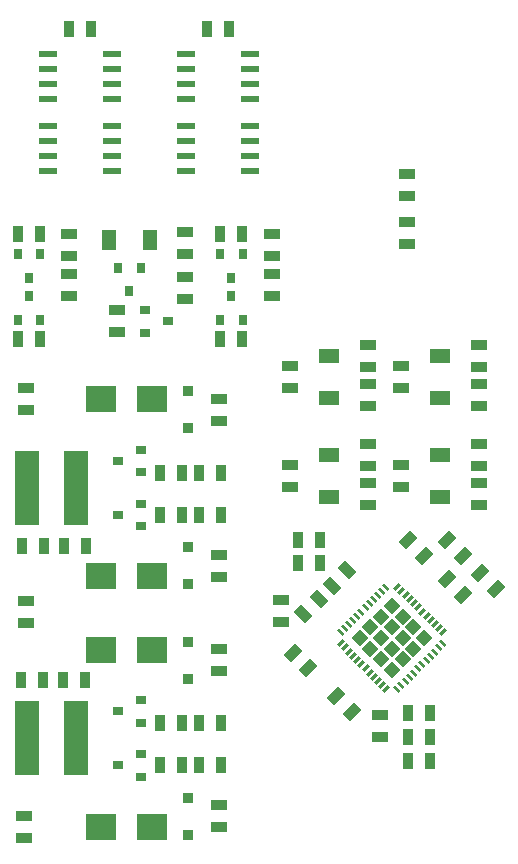
<source format=gtp>
G04*
G04 #@! TF.GenerationSoftware,Altium Limited,Altium Designer,20.1.8 (145)*
G04*
G04 Layer_Color=8421504*
%FSLAX25Y25*%
%MOIN*%
G70*
G04*
G04 #@! TF.SameCoordinates,DCF3A4A8-B772-48C9-94DF-C36B93A42D3A*
G04*
G04*
G04 #@! TF.FilePolarity,Positive*
G04*
G01*
G75*
%ADD18P,0.05846X4X180.0*%
%ADD19R,0.03740X0.03543*%
%ADD20R,0.03740X0.05512*%
%ADD21R,0.05512X0.03740*%
G04:AMPARAMS|DCode=22|XSize=55.12mil|YSize=37.4mil|CornerRadius=0mil|HoleSize=0mil|Usage=FLASHONLY|Rotation=45.000|XOffset=0mil|YOffset=0mil|HoleType=Round|Shape=Rectangle|*
%AMROTATEDRECTD22*
4,1,4,-0.00626,-0.03271,-0.03271,-0.00626,0.00626,0.03271,0.03271,0.00626,-0.00626,-0.03271,0.0*
%
%ADD22ROTATEDRECTD22*%

G04:AMPARAMS|DCode=23|XSize=9.45mil|YSize=23.62mil|CornerRadius=0mil|HoleSize=0mil|Usage=FLASHONLY|Rotation=135.000|XOffset=0mil|YOffset=0mil|HoleType=Round|Shape=Rectangle|*
%AMROTATEDRECTD23*
4,1,4,0.01169,0.00501,-0.00501,-0.01169,-0.01169,-0.00501,0.00501,0.01169,0.01169,0.00501,0.0*
%
%ADD23ROTATEDRECTD23*%

G04:AMPARAMS|DCode=24|XSize=9.45mil|YSize=23.62mil|CornerRadius=0mil|HoleSize=0mil|Usage=FLASHONLY|Rotation=45.000|XOffset=0mil|YOffset=0mil|HoleType=Round|Shape=Rectangle|*
%AMROTATEDRECTD24*
4,1,4,0.00501,-0.01169,-0.01169,0.00501,-0.00501,0.01169,0.01169,-0.00501,0.00501,-0.01169,0.0*
%
%ADD24ROTATEDRECTD24*%

G04:AMPARAMS|DCode=25|XSize=55.12mil|YSize=37.4mil|CornerRadius=0mil|HoleSize=0mil|Usage=FLASHONLY|Rotation=315.000|XOffset=0mil|YOffset=0mil|HoleType=Round|Shape=Rectangle|*
%AMROTATEDRECTD25*
4,1,4,-0.03271,0.00626,-0.00626,0.03271,0.03271,-0.00626,0.00626,-0.03271,-0.03271,0.00626,0.0*
%
%ADD25ROTATEDRECTD25*%

%ADD26R,0.06693X0.05118*%
%ADD27R,0.03543X0.03150*%
%ADD28R,0.09843X0.09055*%
%ADD29R,0.08465X0.24803*%
%ADD30R,0.03150X0.03543*%
%ADD31R,0.05118X0.06693*%
%ADD32R,0.06102X0.02362*%
D18*
X160000Y164690D02*
D03*
X163563Y161127D02*
D03*
X160000Y157563D02*
D03*
X156437Y161127D02*
D03*
X152873Y157563D02*
D03*
X156437Y154000D02*
D03*
X149310Y154000D02*
D03*
X152873Y150437D02*
D03*
X160000Y143310D02*
D03*
X156437Y146873D02*
D03*
X160000Y150437D02*
D03*
X163563Y146873D02*
D03*
X167127Y150437D02*
D03*
X163563Y154000D02*
D03*
X170690D02*
D03*
X167127Y157563D02*
D03*
D19*
X92000Y236201D02*
D03*
Y223799D02*
D03*
Y140299D02*
D03*
Y152701D02*
D03*
Y184201D02*
D03*
Y171799D02*
D03*
Y88299D02*
D03*
Y100701D02*
D03*
D20*
X165358Y113000D02*
D03*
X172642D02*
D03*
Y121000D02*
D03*
X165358D02*
D03*
X172642Y129000D02*
D03*
X165358D02*
D03*
X136142Y179000D02*
D03*
X128858D02*
D03*
X136142Y186500D02*
D03*
X128858D02*
D03*
X103142Y125500D02*
D03*
X95858D02*
D03*
X82858D02*
D03*
X90142D02*
D03*
X82858Y111500D02*
D03*
X90142D02*
D03*
X103142D02*
D03*
X95858D02*
D03*
X50358Y140000D02*
D03*
X57642D02*
D03*
X43642D02*
D03*
X36358D02*
D03*
X36858Y184500D02*
D03*
X44142D02*
D03*
X58142D02*
D03*
X50858D02*
D03*
X103142Y195000D02*
D03*
X95858D02*
D03*
X82858D02*
D03*
X90142D02*
D03*
X82858Y209000D02*
D03*
X90142D02*
D03*
X103142D02*
D03*
X95858D02*
D03*
X102858Y253500D02*
D03*
X110142D02*
D03*
X102858Y288500D02*
D03*
X110142D02*
D03*
X35358Y253500D02*
D03*
X42642D02*
D03*
Y288500D02*
D03*
X35358D02*
D03*
X98358Y357000D02*
D03*
X105642D02*
D03*
X52358D02*
D03*
X59642D02*
D03*
D21*
X156000Y120858D02*
D03*
Y128142D02*
D03*
X123000Y166642D02*
D03*
Y159358D02*
D03*
X189000Y251642D02*
D03*
Y244358D02*
D03*
Y238642D02*
D03*
Y231358D02*
D03*
Y218642D02*
D03*
Y211358D02*
D03*
Y205642D02*
D03*
Y198358D02*
D03*
X163000Y211642D02*
D03*
Y204358D02*
D03*
X152000Y205642D02*
D03*
Y198358D02*
D03*
Y218642D02*
D03*
Y211358D02*
D03*
X163000Y244642D02*
D03*
Y237358D02*
D03*
X152000Y238642D02*
D03*
Y231358D02*
D03*
Y251642D02*
D03*
Y244358D02*
D03*
X126000Y244642D02*
D03*
Y237358D02*
D03*
Y211642D02*
D03*
Y204358D02*
D03*
X102500Y98142D02*
D03*
Y90858D02*
D03*
X37500Y94642D02*
D03*
Y87358D02*
D03*
X38000Y166142D02*
D03*
Y158858D02*
D03*
X102500Y181642D02*
D03*
Y174358D02*
D03*
Y233642D02*
D03*
Y226358D02*
D03*
X120000Y288642D02*
D03*
Y281358D02*
D03*
Y275142D02*
D03*
Y267858D02*
D03*
X91000Y289142D02*
D03*
Y281858D02*
D03*
Y274142D02*
D03*
Y266858D02*
D03*
X68500Y263142D02*
D03*
Y255858D02*
D03*
X52500Y288642D02*
D03*
Y281358D02*
D03*
X52500Y275142D02*
D03*
Y267858D02*
D03*
X38000Y237142D02*
D03*
Y229858D02*
D03*
X165000Y308642D02*
D03*
Y301358D02*
D03*
Y292642D02*
D03*
Y285358D02*
D03*
X102500Y150142D02*
D03*
Y142858D02*
D03*
D22*
X141425Y134575D02*
D03*
X146575Y129425D02*
D03*
X132075Y143925D02*
D03*
X126925Y149075D02*
D03*
X194575Y170425D02*
D03*
X189425Y175575D02*
D03*
X183575Y168425D02*
D03*
X178425Y173575D02*
D03*
Y186575D02*
D03*
X183575Y181425D02*
D03*
X165425Y186575D02*
D03*
X170575Y181425D02*
D03*
D23*
X142879Y152190D02*
D03*
X161810Y171121D02*
D03*
X149839Y145231D02*
D03*
X148447Y146623D02*
D03*
X147055Y148015D02*
D03*
X145663Y149407D02*
D03*
X164593Y168337D02*
D03*
X168769Y164161D02*
D03*
X167377Y165553D02*
D03*
X165985Y166945D02*
D03*
X155407Y139663D02*
D03*
X154015Y141055D02*
D03*
X152623Y142447D02*
D03*
X151231Y143839D02*
D03*
X170161Y162769D02*
D03*
X174337Y158593D02*
D03*
X172945Y159985D02*
D03*
X171553Y161377D02*
D03*
X158191Y136879D02*
D03*
X177121Y155809D02*
D03*
X144271Y150798D02*
D03*
X163201Y169729D02*
D03*
X156799Y138271D02*
D03*
X175729Y157202D02*
D03*
D24*
X142879Y155809D02*
D03*
X145663Y158593D02*
D03*
X147055Y159985D02*
D03*
X148447Y161377D02*
D03*
X149839Y162769D02*
D03*
X151231Y164161D02*
D03*
X152623Y165553D02*
D03*
X154015Y166945D02*
D03*
X155407Y168337D02*
D03*
X158191Y171121D02*
D03*
X161810Y136879D02*
D03*
X168769Y143839D02*
D03*
X167377Y142447D02*
D03*
X165985Y141055D02*
D03*
X164593Y139663D02*
D03*
X174337Y149407D02*
D03*
X172945Y148015D02*
D03*
X171553Y146623D02*
D03*
X170161Y145231D02*
D03*
X177121Y152190D02*
D03*
X144271Y157202D02*
D03*
X156799Y169729D02*
D03*
X163201Y138271D02*
D03*
X175729Y150798D02*
D03*
D25*
X139925Y171425D02*
D03*
X145075Y176575D02*
D03*
X130425Y161925D02*
D03*
X135575Y167075D02*
D03*
D26*
X176000Y201110D02*
D03*
Y214890D02*
D03*
Y234110D02*
D03*
Y247890D02*
D03*
X139000Y201110D02*
D03*
Y214890D02*
D03*
Y234110D02*
D03*
Y247890D02*
D03*
D27*
X68563Y129500D02*
D03*
X76437Y133240D02*
D03*
Y125760D02*
D03*
X68563Y111500D02*
D03*
X76437Y115240D02*
D03*
Y107760D02*
D03*
Y191260D02*
D03*
Y198740D02*
D03*
X68563Y195000D02*
D03*
X76437Y209260D02*
D03*
Y216740D02*
D03*
X68563Y213000D02*
D03*
X85437Y259500D02*
D03*
X77563Y255760D02*
D03*
Y263240D02*
D03*
D28*
X63035Y91000D02*
D03*
X79965D02*
D03*
Y150000D02*
D03*
X63035D02*
D03*
Y174500D02*
D03*
X79965D02*
D03*
X79965Y233500D02*
D03*
X63035D02*
D03*
D29*
X54669Y120500D02*
D03*
X38331D02*
D03*
X54669Y204000D02*
D03*
X38331D02*
D03*
D30*
X106500Y267937D02*
D03*
X110240Y260063D02*
D03*
X102760D02*
D03*
X106500Y274063D02*
D03*
X102760Y281937D02*
D03*
X110240D02*
D03*
X72500Y269563D02*
D03*
X68760Y277437D02*
D03*
X76240D02*
D03*
X39000Y267937D02*
D03*
X42740Y260063D02*
D03*
X35260D02*
D03*
X39000Y274063D02*
D03*
X35260Y281937D02*
D03*
X42740D02*
D03*
D31*
X65610Y286500D02*
D03*
X79390D02*
D03*
D32*
X91370Y333500D02*
D03*
Y338500D02*
D03*
Y343500D02*
D03*
Y348500D02*
D03*
X112630D02*
D03*
Y343500D02*
D03*
Y338500D02*
D03*
Y333500D02*
D03*
X91370Y309500D02*
D03*
Y314500D02*
D03*
Y319500D02*
D03*
Y324500D02*
D03*
X112630D02*
D03*
Y319500D02*
D03*
Y314500D02*
D03*
Y309500D02*
D03*
X66630Y324500D02*
D03*
Y319500D02*
D03*
Y314500D02*
D03*
Y309500D02*
D03*
X45370D02*
D03*
Y314500D02*
D03*
Y319500D02*
D03*
Y324500D02*
D03*
X66630Y348500D02*
D03*
Y343500D02*
D03*
Y338500D02*
D03*
Y333500D02*
D03*
X45370D02*
D03*
Y338500D02*
D03*
Y343500D02*
D03*
Y348500D02*
D03*
M02*

</source>
